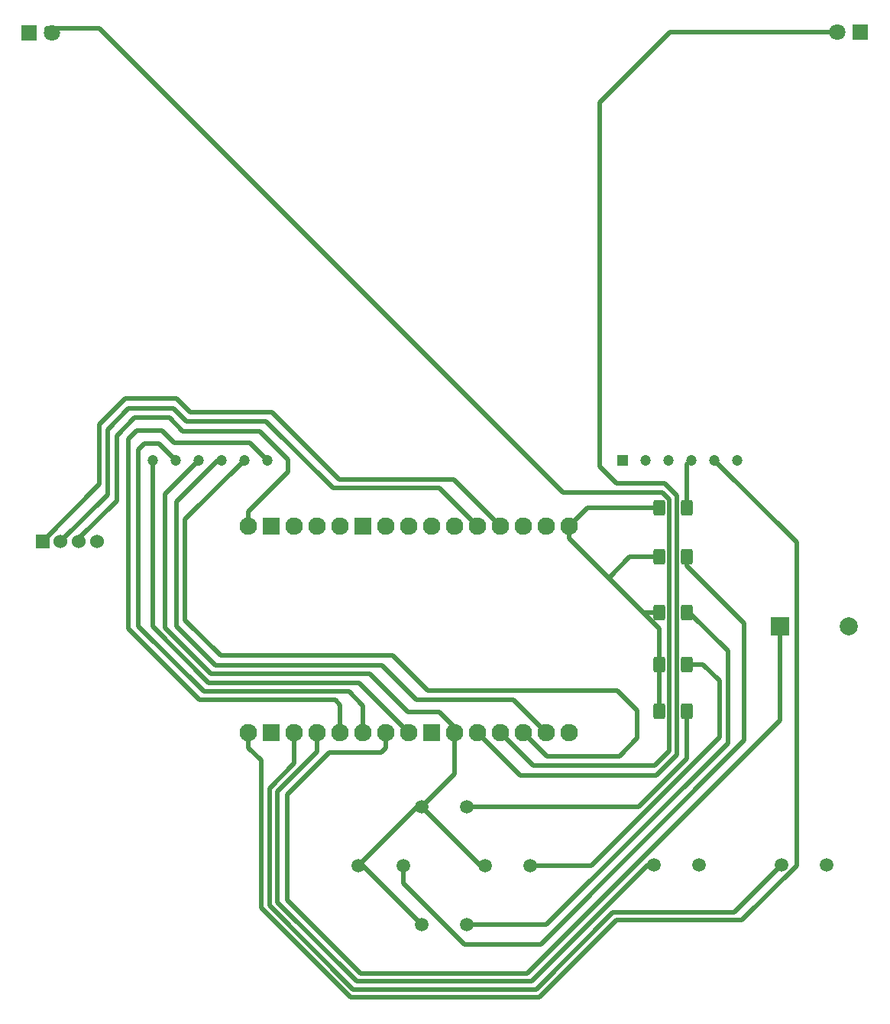
<source format=gtl>
%TF.GenerationSoftware,KiCad,Pcbnew,8.0.1*%
%TF.CreationDate,2024-04-24T10:41:03+02:00*%
%TF.ProjectId,PCB,5043422e-6b69-4636-9164-5f7063625858,v0.1*%
%TF.SameCoordinates,Original*%
%TF.FileFunction,Copper,L1,Top*%
%TF.FilePolarity,Positive*%
%FSLAX46Y46*%
G04 Gerber Fmt 4.6, Leading zero omitted, Abs format (unit mm)*
G04 Created by KiCad (PCBNEW 8.0.1) date 2024-04-24 10:41:03*
%MOMM*%
%LPD*%
G01*
G04 APERTURE LIST*
G04 Aperture macros list*
%AMRoundRect*
0 Rectangle with rounded corners*
0 $1 Rounding radius*
0 $2 $3 $4 $5 $6 $7 $8 $9 X,Y pos of 4 corners*
0 Add a 4 corners polygon primitive as box body*
4,1,4,$2,$3,$4,$5,$6,$7,$8,$9,$2,$3,0*
0 Add four circle primitives for the rounded corners*
1,1,$1+$1,$2,$3*
1,1,$1+$1,$4,$5*
1,1,$1+$1,$6,$7*
1,1,$1+$1,$8,$9*
0 Add four rect primitives between the rounded corners*
20,1,$1+$1,$2,$3,$4,$5,0*
20,1,$1+$1,$4,$5,$6,$7,0*
20,1,$1+$1,$6,$7,$8,$9,0*
20,1,$1+$1,$8,$9,$2,$3,0*%
G04 Aperture macros list end*
%TA.AperFunction,ComponentPad*%
%ADD10C,1.508000*%
%TD*%
%TA.AperFunction,ComponentPad*%
%ADD11C,1.930000*%
%TD*%
%TA.AperFunction,ComponentPad*%
%ADD12R,1.930000X1.930000*%
%TD*%
%TA.AperFunction,SMDPad,CuDef*%
%ADD13RoundRect,0.250000X-0.400000X-0.625000X0.400000X-0.625000X0.400000X0.625000X-0.400000X0.625000X0*%
%TD*%
%TA.AperFunction,ComponentPad*%
%ADD14R,2.000000X2.000000*%
%TD*%
%TA.AperFunction,ComponentPad*%
%ADD15C,2.000000*%
%TD*%
%TA.AperFunction,SMDPad,CuDef*%
%ADD16RoundRect,0.250000X0.400000X0.625000X-0.400000X0.625000X-0.400000X-0.625000X0.400000X-0.625000X0*%
%TD*%
%TA.AperFunction,ComponentPad*%
%ADD17C,1.200000*%
%TD*%
%TA.AperFunction,ComponentPad*%
%ADD18R,1.200000X1.200000*%
%TD*%
%TA.AperFunction,ComponentPad*%
%ADD19R,1.800000X1.800000*%
%TD*%
%TA.AperFunction,ComponentPad*%
%ADD20C,1.800000*%
%TD*%
%TA.AperFunction,ComponentPad*%
%ADD21R,1.524000X1.524000*%
%TD*%
%TA.AperFunction,ComponentPad*%
%ADD22C,1.524000*%
%TD*%
%TA.AperFunction,Conductor*%
%ADD23C,0.500000*%
%TD*%
G04 APERTURE END LIST*
D10*
%TO.P,SW1,1,1*%
%TO.N,Net-(U1-RX(DPIO3))*%
X160725000Y-130375000D03*
%TO.P,SW1,2,2*%
%TO.N,GND*%
X165725000Y-130375000D03*
%TD*%
D11*
%TO.P,U1,1,A0(ADC0)*%
%TO.N,/Analog buttons*%
X151320000Y-92875000D03*
%TO.P,U1,2,RSV*%
%TO.N,unconnected-(U1-RSV-Pad2)*%
X148780000Y-92875000D03*
%TO.P,U1,3,RSV*%
%TO.N,unconnected-(U1-RSV-Pad3)*%
X146240000Y-92875000D03*
%TO.P,U1,4,SD3(GPIO10)*%
%TO.N,Net-(EM4100-TX)*%
X143700000Y-92875000D03*
%TO.P,U1,5,SD2(GPIO9)*%
%TO.N,Net-(EM4100-RX)*%
X141160000Y-92875000D03*
%TO.P,U1,6,SD1(MOSI)*%
%TO.N,unconnected-(U1-SD1(MOSI)-Pad6)*%
X138620000Y-92875000D03*
%TO.P,U1,7,CMD(CS)*%
%TO.N,unconnected-(U1-CMD(CS)-Pad7)*%
X136080000Y-92875000D03*
%TO.P,U1,8,SDO(MISO)*%
%TO.N,unconnected-(U1-SDO(MISO)-Pad8)*%
X133540000Y-92875000D03*
%TO.P,U1,9,CLK(SCLK)*%
%TO.N,unconnected-(U1-CLK(SCLK)-Pad9)*%
X131000000Y-92875000D03*
D12*
%TO.P,U1,10,GND*%
%TO.N,unconnected-(U1-GND-Pad10)*%
X128460000Y-92875000D03*
D11*
%TO.P,U1,11,3.3V*%
%TO.N,unconnected-(U1-3.3V-Pad11)*%
X125920000Y-92875000D03*
%TO.P,U1,12,EN*%
%TO.N,unconnected-(U1-EN-Pad12)*%
X123380000Y-92875000D03*
%TO.P,U1,13,RST*%
%TO.N,unconnected-(U1-RST-Pad13)*%
X120840000Y-92875000D03*
D12*
%TO.P,U1,14,GND*%
%TO.N,GND*%
X118300000Y-92875000D03*
D11*
%TO.P,U1,15,VIN*%
%TO.N,VCC*%
X115760000Y-92875000D03*
%TO.P,U1,16,3.3V*%
%TO.N,Net-(NHD-C12864A1Z-FSW-FBW-HTT1-LED+)*%
X115760000Y-115735000D03*
D12*
%TO.P,U1,17,GND*%
%TO.N,GND*%
X118300000Y-115735000D03*
D11*
%TO.P,U1,18,TX(GPIO1)*%
%TO.N,Net-(U1-TX(GPIO1))*%
X120840000Y-115735000D03*
%TO.P,U1,19,RX(DPIO3)*%
%TO.N,Net-(U1-RX(DPIO3))*%
X123380000Y-115735000D03*
%TO.P,U1,20,D8(GPIO15)*%
%TO.N,Net-(NHD-C12864A1Z-FSW-FBW-HTT1-~{CS})*%
X125920000Y-115735000D03*
%TO.P,U1,21,D7(GPIO13)*%
%TO.N,Net-(NHD-C12864A1Z-FSW-FBW-HTT1-SI)*%
X128460000Y-115735000D03*
%TO.P,U1,22,D6(GPIO12)*%
%TO.N,Net-(BZ1-+)*%
X131000000Y-115735000D03*
%TO.P,U1,23,D5(GPIO14)*%
%TO.N,Net-(NHD-C12864A1Z-FSW-FBW-HTT1-SCL)*%
X133540000Y-115735000D03*
D12*
%TO.P,U1,24,GND*%
%TO.N,GND*%
X136080000Y-115735000D03*
D11*
%TO.P,U1,25,3.3V*%
%TO.N,Net-(NHD-C12864A1Z-FSW-FBW-HTT1-VDD)*%
X138620000Y-115735000D03*
%TO.P,U1,26,D4(GPIO2)*%
%TO.N,Net-(D2-A)*%
X141160000Y-115735000D03*
%TO.P,U1,27,D3(GPIO0)*%
%TO.N,Net-(D1-A)*%
X143700000Y-115735000D03*
%TO.P,U1,28,D2(GPIO4)*%
%TO.N,Net-(NHD-C12864A1Z-FSW-FBW-HTT1-~{RESET})*%
X146240000Y-115735000D03*
%TO.P,U1,29,D1(GPIO5)*%
%TO.N,Net-(NHD-C12864A1Z-FSW-FBW-HTT1-A0)*%
X148780000Y-115735000D03*
%TO.P,U1,30,D0(GPIO16)*%
%TO.N,unconnected-(U1-D0(GPIO16)-Pad30)*%
X151320000Y-115735000D03*
%TD*%
D13*
%TO.P,R3,1*%
%TO.N,/Analog buttons*%
X161275000Y-108150000D03*
%TO.P,R3,2*%
%TO.N,Net-(R3-Pad2)*%
X164375000Y-108150000D03*
%TD*%
%TO.P,R2,1*%
%TO.N,/Analog buttons*%
X161275000Y-113375000D03*
%TO.P,R2,2*%
%TO.N,Net-(R2-Pad2)*%
X164375000Y-113375000D03*
%TD*%
D10*
%TO.P,SW5,1,1*%
%TO.N,Net-(NHD-C12864A1Z-FSW-FBW-HTT1-VDD)*%
X134950000Y-136975000D03*
%TO.P,SW5,2,2*%
%TO.N,Net-(R4-Pad2)*%
X139950000Y-136975000D03*
%TD*%
%TO.P,SW2,1,1*%
%TO.N,Net-(U1-TX(GPIO1))*%
X174810500Y-130400000D03*
%TO.P,SW2,2,2*%
%TO.N,GND*%
X179810500Y-130400000D03*
%TD*%
%TO.P,SW6,1,1*%
%TO.N,Net-(NHD-C12864A1Z-FSW-FBW-HTT1-VDD)*%
X127925000Y-130450000D03*
%TO.P,SW6,2,2*%
%TO.N,Net-(R5-Pad2)*%
X132925000Y-130450000D03*
%TD*%
%TO.P,SW3,1,1*%
%TO.N,Net-(NHD-C12864A1Z-FSW-FBW-HTT1-VDD)*%
X134950000Y-123950000D03*
%TO.P,SW3,2,2*%
%TO.N,Net-(R2-Pad2)*%
X139950000Y-123950000D03*
%TD*%
D14*
%TO.P,BZ1,1,+*%
%TO.N,Net-(BZ1-+)*%
X174650000Y-103975000D03*
D15*
%TO.P,BZ1,2,-*%
%TO.N,GND*%
X182250000Y-103975000D03*
%TD*%
D16*
%TO.P,R1,1*%
%TO.N,GND*%
X164375000Y-90825000D03*
%TO.P,R1,2*%
%TO.N,/Analog buttons*%
X161275000Y-90825000D03*
%TD*%
D17*
%TO.P,NHD,1,SCL*%
%TO.N,Net-(NHD-C12864A1Z-FSW-FBW-HTT1-SCL)*%
X105135000Y-85540000D03*
%TO.P,NHD,2,SI*%
%TO.N,Net-(NHD-C12864A1Z-FSW-FBW-HTT1-SI)*%
X107675000Y-85540000D03*
%TO.P,NHD,3,VDD*%
%TO.N,Net-(NHD-C12864A1Z-FSW-FBW-HTT1-VDD)*%
X110215000Y-85540000D03*
%TO.P,NHD,4,A0*%
%TO.N,Net-(NHD-C12864A1Z-FSW-FBW-HTT1-A0)*%
X112755000Y-85540000D03*
%TO.P,NHD,5,~{RESET}*%
%TO.N,Net-(NHD-C12864A1Z-FSW-FBW-HTT1-~{RESET})*%
X115295000Y-85540000D03*
%TO.P,NHD,6,~{CS}*%
%TO.N,Net-(NHD-C12864A1Z-FSW-FBW-HTT1-~{CS})*%
X117835000Y-85540000D03*
D18*
%TO.P,NHD,7,VSS*%
%TO.N,GND*%
X157235000Y-85540000D03*
D17*
%TO.P,NHD,8,H*%
%TO.N,unconnected-(NHD-C12864A1Z-FSW-FBW-HTT1-H-Pad8)*%
X159775000Y-85540000D03*
%TO.P,NHD,9,H*%
%TO.N,unconnected-(NHD-C12864A1Z-FSW-FBW-HTT1-H-Pad9)*%
X162315000Y-85540000D03*
%TO.P,NHD,10,LED-*%
%TO.N,GND*%
X164855000Y-85540000D03*
%TO.P,NHD,11,LED+*%
%TO.N,Net-(NHD-C12864A1Z-FSW-FBW-HTT1-LED+)*%
X167395000Y-85540000D03*
%TO.P,NHD,12,NC*%
%TO.N,unconnected-(NHD-C12864A1Z-FSW-FBW-HTT1-NC-Pad12)*%
X169935000Y-85540000D03*
%TD*%
D13*
%TO.P,R4,1*%
%TO.N,/Analog buttons*%
X161275000Y-102400000D03*
%TO.P,R4,2*%
%TO.N,Net-(R4-Pad2)*%
X164375000Y-102400000D03*
%TD*%
%TO.P,R5,1*%
%TO.N,/Analog buttons*%
X161275000Y-96225000D03*
%TO.P,R5,2*%
%TO.N,Net-(R5-Pad2)*%
X164375000Y-96225000D03*
%TD*%
D19*
%TO.P,D1,1,K*%
%TO.N,GND*%
X91475000Y-38250000D03*
D20*
%TO.P,D1,2,A*%
%TO.N,Net-(D1-A)*%
X94015000Y-38250000D03*
%TD*%
D21*
%TO.P,EM4100,1,TX*%
%TO.N,Net-(EM4100-TX)*%
X92950000Y-94525000D03*
D22*
%TO.P,EM4100,2,RX*%
%TO.N,Net-(EM4100-RX)*%
X94950000Y-94525000D03*
%TO.P,EM4100,3,VCC*%
%TO.N,VCC*%
X96950000Y-94525000D03*
%TO.P,EM4100,4,GND*%
%TO.N,GND*%
X98950000Y-94525000D03*
%TD*%
D10*
%TO.P,SW4,1,1*%
%TO.N,Net-(NHD-C12864A1Z-FSW-FBW-HTT1-VDD)*%
X142000000Y-130450000D03*
%TO.P,SW4,2,2*%
%TO.N,Net-(R3-Pad2)*%
X147000000Y-130450000D03*
%TD*%
D19*
%TO.P,D2,1,K*%
%TO.N,GND*%
X183600000Y-38200000D03*
D20*
%TO.P,D2,2,A*%
%TO.N,Net-(D2-A)*%
X181060000Y-38200000D03*
%TD*%
D23*
%TO.N,GND*%
X164375000Y-86020000D02*
X164375000Y-90825000D01*
X164855000Y-85540000D02*
X164375000Y-86020000D01*
%TO.N,Net-(BZ1-+)*%
X131000000Y-115735000D02*
X131000000Y-117400000D01*
X131000000Y-117400000D02*
X130500000Y-117900000D01*
X130500000Y-117900000D02*
X124750000Y-117900000D01*
X128200000Y-142350000D02*
X146625000Y-142350000D01*
X174650000Y-114325000D02*
X174650000Y-103975000D01*
X120075000Y-122575000D02*
X120075000Y-134225000D01*
X120075000Y-134225000D02*
X128200000Y-142350000D01*
X124750000Y-117900000D02*
X120075000Y-122575000D01*
X146625000Y-142350000D02*
X174650000Y-114325000D01*
%TO.N,Net-(D1-A)*%
X150615000Y-89150000D02*
X99215000Y-37750000D01*
X143700000Y-115735000D02*
X147290000Y-119325000D01*
X99215000Y-37750000D02*
X93365000Y-37750000D01*
X160800000Y-119325000D02*
X162375000Y-117750000D01*
X162375000Y-89903122D02*
X161621878Y-89150000D01*
X161621878Y-89150000D02*
X150615000Y-89150000D01*
X147290000Y-119325000D02*
X160800000Y-119325000D01*
X162375000Y-117750000D02*
X162375000Y-89903122D01*
%TO.N,Net-(D2-A)*%
X160950000Y-120475000D02*
X163250000Y-118175000D01*
X154725000Y-45975000D02*
X162500000Y-38200000D01*
X156575000Y-88100000D02*
X154725000Y-86250000D01*
X154725000Y-86250000D02*
X154725000Y-45975000D01*
X141160000Y-115735000D02*
X145900000Y-120475000D01*
X162500000Y-38200000D02*
X181060000Y-38200000D01*
X161900000Y-88100000D02*
X156575000Y-88100000D01*
X163250000Y-89450000D02*
X161900000Y-88100000D01*
X145900000Y-120475000D02*
X160950000Y-120475000D01*
X163250000Y-118175000D02*
X163250000Y-89450000D01*
%TO.N,Net-(EM4100-RX)*%
X117725000Y-81275000D02*
X108925000Y-81275000D01*
X125100000Y-88650000D02*
X117725000Y-81275000D01*
X107450000Y-79800000D02*
X102475000Y-79800000D01*
X100125000Y-89350000D02*
X94950000Y-94525000D01*
X136935000Y-88650000D02*
X125100000Y-88650000D01*
X108925000Y-81275000D02*
X107450000Y-79800000D01*
X102475000Y-79800000D02*
X100125000Y-82150000D01*
X141160000Y-92875000D02*
X136935000Y-88650000D01*
X100125000Y-82150000D02*
X100125000Y-89350000D01*
%TO.N,VCC*%
X115760000Y-91290000D02*
X120175000Y-86875000D01*
X103100000Y-80875000D02*
X101150000Y-82825000D01*
X108500000Y-82350000D02*
X107025000Y-80875000D01*
X117025000Y-82350000D02*
X108500000Y-82350000D01*
X120175000Y-85500000D02*
X117025000Y-82350000D01*
X101150000Y-82825000D02*
X101150000Y-90050000D01*
X101150000Y-90050000D02*
X96950000Y-94250000D01*
X96950000Y-94250000D02*
X96950000Y-94525000D01*
X120175000Y-86875000D02*
X120175000Y-85500000D01*
X107025000Y-80875000D02*
X103100000Y-80875000D01*
X115760000Y-92875000D02*
X115760000Y-91290000D01*
%TO.N,Net-(EM4100-TX)*%
X107825000Y-78750000D02*
X102125000Y-78750000D01*
X118375000Y-80275000D02*
X109350000Y-80275000D01*
X99250000Y-88225000D02*
X92950000Y-94525000D01*
X138525000Y-87700000D02*
X125800000Y-87700000D01*
X143700000Y-92875000D02*
X138525000Y-87700000D01*
X125800000Y-87700000D02*
X118375000Y-80275000D01*
X109350000Y-80275000D02*
X107825000Y-78750000D01*
X102125000Y-78750000D02*
X99250000Y-81625000D01*
X99250000Y-81625000D02*
X99250000Y-88225000D01*
%TO.N,/Analog buttons*%
X159580284Y-102500000D02*
X155665142Y-98584858D01*
X151320000Y-92875000D02*
X153370000Y-90825000D01*
X151320000Y-92875000D02*
X151320000Y-94239716D01*
X159580284Y-102500000D02*
X161275000Y-104194716D01*
X161275000Y-96225000D02*
X158025000Y-96225000D01*
X159580284Y-102500000D02*
X159680284Y-102400000D01*
X158025000Y-96225000D02*
X155665142Y-98584858D01*
X161275000Y-104194716D02*
X161275000Y-108150000D01*
X151320000Y-94239716D02*
X153380284Y-96300000D01*
X161275000Y-108150000D02*
X161275000Y-113375000D01*
X159680284Y-102400000D02*
X161275000Y-102400000D01*
X155665142Y-98584858D02*
X153380284Y-96300000D01*
X153370000Y-90825000D02*
X161275000Y-90825000D01*
%TO.N,Net-(R2-Pad2)*%
X164375000Y-118600000D02*
X164375000Y-113375000D01*
X159025000Y-123950000D02*
X164375000Y-118600000D01*
X139950000Y-123950000D02*
X140000000Y-123900000D01*
X159025000Y-123950000D02*
X139575000Y-123950000D01*
%TO.N,Net-(R3-Pad2)*%
X168000000Y-110000000D02*
X166150000Y-108150000D01*
X153750000Y-130450000D02*
X168000000Y-116200000D01*
X146625000Y-130450000D02*
X153750000Y-130450000D01*
X147050000Y-130400000D02*
X147000000Y-130450000D01*
X166150000Y-108150000D02*
X164375000Y-108150000D01*
X168000000Y-116200000D02*
X168000000Y-110000000D01*
%TO.N,Net-(R4-Pad2)*%
X164625000Y-102400000D02*
X164375000Y-102400000D01*
X168900000Y-106675000D02*
X168900000Y-116875000D01*
X148800000Y-136975000D02*
X139950000Y-136975000D01*
X139975000Y-137000000D02*
X139950000Y-136975000D01*
X168900000Y-116875000D02*
X148800000Y-136975000D01*
X168900000Y-106675000D02*
X164625000Y-102400000D01*
%TO.N,Net-(R5-Pad2)*%
X164375000Y-97300000D02*
X170725000Y-103650000D01*
X170725000Y-103650000D02*
X170725000Y-116600000D01*
X132925000Y-132425000D02*
X132925000Y-130450000D01*
X164375000Y-96225000D02*
X164375000Y-97300000D01*
X148150000Y-139175000D02*
X139675000Y-139175000D01*
X139675000Y-139175000D02*
X132925000Y-132425000D01*
X170725000Y-116600000D02*
X148150000Y-139175000D01*
%TO.N,Net-(U1-RX(DPIO3))*%
X119000000Y-134500000D02*
X119000000Y-122225000D01*
X119000000Y-122225000D02*
X123380000Y-117845000D01*
X147150000Y-143250000D02*
X127750000Y-143250000D01*
X127750000Y-143250000D02*
X119000000Y-134500000D01*
X123380000Y-117845000D02*
X123380000Y-115735000D01*
X160025000Y-130375000D02*
X147150000Y-143250000D01*
X160725000Y-130375000D02*
X160025000Y-130375000D01*
%TO.N,Net-(U1-TX(GPIO1))*%
X174810500Y-130400000D02*
X169585500Y-135625000D01*
X120840000Y-119135000D02*
X120840000Y-115735000D01*
X118100000Y-134875000D02*
X118100000Y-121875000D01*
X169585500Y-135625000D02*
X156125000Y-135625000D01*
X118100000Y-121875000D02*
X120840000Y-119135000D01*
X127350000Y-144125000D02*
X118100000Y-134875000D01*
X147625000Y-144125000D02*
X127350000Y-144125000D01*
X156125000Y-135625000D02*
X147625000Y-144125000D01*
%TO.N,Net-(NHD-C12864A1Z-FSW-FBW-HTT1-A0)*%
X112755000Y-85540000D02*
X112360000Y-85540000D01*
X134400000Y-112100000D02*
X137750000Y-112100000D01*
X107775000Y-103950000D02*
X112075000Y-108250000D01*
X107775000Y-90125000D02*
X107775000Y-103950000D01*
X130550000Y-108250000D02*
X134400000Y-112100000D01*
X112360000Y-85540000D02*
X107775000Y-90125000D01*
X145145000Y-112100000D02*
X148780000Y-115735000D01*
X112075000Y-108250000D02*
X130550000Y-108250000D01*
X137750000Y-112100000D02*
X145145000Y-112100000D01*
%TO.N,Net-(NHD-C12864A1Z-FSW-FBW-HTT1-LED+)*%
X176500000Y-130413214D02*
X170438214Y-136475000D01*
X117150000Y-135100000D02*
X117150000Y-118775000D01*
X156525000Y-136475000D02*
X147975000Y-145025000D01*
X176500000Y-94645000D02*
X176500000Y-130413214D01*
X127075000Y-145025000D02*
X117150000Y-135100000D01*
X170438214Y-136475000D02*
X156525000Y-136475000D01*
X147975000Y-145025000D02*
X127075000Y-145025000D01*
X117150000Y-118775000D02*
X115760000Y-117385000D01*
X115760000Y-117385000D02*
X115760000Y-115735000D01*
X167395000Y-85540000D02*
X176500000Y-94645000D01*
%TO.N,Net-(NHD-C12864A1Z-FSW-FBW-HTT1-SCL)*%
X111350000Y-110200000D02*
X128005000Y-110200000D01*
X105135000Y-85540000D02*
X105135000Y-103985000D01*
X128005000Y-110200000D02*
X133540000Y-115735000D01*
X105135000Y-103985000D02*
X111350000Y-110200000D01*
%TO.N,Net-(NHD-C12864A1Z-FSW-FBW-HTT1-~{CS})*%
X103350000Y-82275000D02*
X106175000Y-82275000D01*
X125920000Y-115735000D02*
X125920000Y-112645000D01*
X125920000Y-112645000D02*
X125375000Y-112100000D01*
X102425000Y-104200000D02*
X102425000Y-83200000D01*
X110325000Y-112100000D02*
X102425000Y-104200000D01*
X115945000Y-83650000D02*
X117835000Y-85540000D01*
X102425000Y-83200000D02*
X103350000Y-82275000D01*
X125375000Y-112100000D02*
X110325000Y-112100000D01*
X107550000Y-83650000D02*
X115945000Y-83650000D01*
X106175000Y-82275000D02*
X107550000Y-83650000D01*
%TO.N,Net-(NHD-C12864A1Z-FSW-FBW-HTT1-~{RESET})*%
X156850000Y-118325000D02*
X158850000Y-116325000D01*
X158850000Y-113275000D02*
X156625000Y-111050000D01*
X131750000Y-107175000D02*
X112675000Y-107175000D01*
X135625000Y-111050000D02*
X131750000Y-107175000D01*
X146240000Y-115735000D02*
X148830000Y-118325000D01*
X156625000Y-111050000D02*
X135625000Y-111050000D01*
X108750000Y-103250000D02*
X108750000Y-92085000D01*
X158850000Y-116325000D02*
X158850000Y-113275000D01*
X148830000Y-118325000D02*
X156850000Y-118325000D01*
X108750000Y-92085000D02*
X115295000Y-85540000D01*
X112675000Y-107175000D02*
X108750000Y-103250000D01*
%TO.N,Net-(NHD-C12864A1Z-FSW-FBW-HTT1-SI)*%
X103550000Y-103925000D02*
X110800000Y-111175000D01*
X104200000Y-83700000D02*
X103550000Y-84350000D01*
X110800000Y-111175000D02*
X126900000Y-111175000D01*
X103550000Y-84350000D02*
X103550000Y-103925000D01*
X105835000Y-83700000D02*
X104200000Y-83700000D01*
X128460000Y-112735000D02*
X128460000Y-115735000D01*
X107675000Y-85540000D02*
X105835000Y-83700000D01*
X126900000Y-111175000D02*
X128460000Y-112735000D01*
%TO.N,Net-(NHD-C12864A1Z-FSW-FBW-HTT1-VDD)*%
X129225000Y-109225000D02*
X133400000Y-113400000D01*
X133400000Y-113400000D02*
X136925000Y-113400000D01*
X134950000Y-136975000D02*
X128425000Y-130450000D01*
X136925000Y-113400000D02*
X138620000Y-115095000D01*
X127925000Y-130450000D02*
X134425000Y-123950000D01*
X142000000Y-130450000D02*
X141450000Y-130450000D01*
X128425000Y-130450000D02*
X127925000Y-130450000D01*
X110215000Y-85560000D02*
X106500000Y-89275000D01*
X138620000Y-115095000D02*
X138620000Y-115735000D01*
X110215000Y-85540000D02*
X110215000Y-85560000D01*
X106500000Y-104125000D02*
X111600000Y-109225000D01*
X111600000Y-109225000D02*
X129225000Y-109225000D01*
X134425000Y-123950000D02*
X134950000Y-123950000D01*
X141450000Y-130450000D02*
X134950000Y-123950000D01*
X135475000Y-136975000D02*
X134950000Y-136975000D01*
X106500000Y-89275000D02*
X106500000Y-104125000D01*
X138620000Y-115735000D02*
X138620000Y-119905000D01*
X138620000Y-120280000D02*
X134950000Y-123950000D01*
X138620000Y-119905000D02*
X138620000Y-120280000D01*
%TD*%
M02*

</source>
